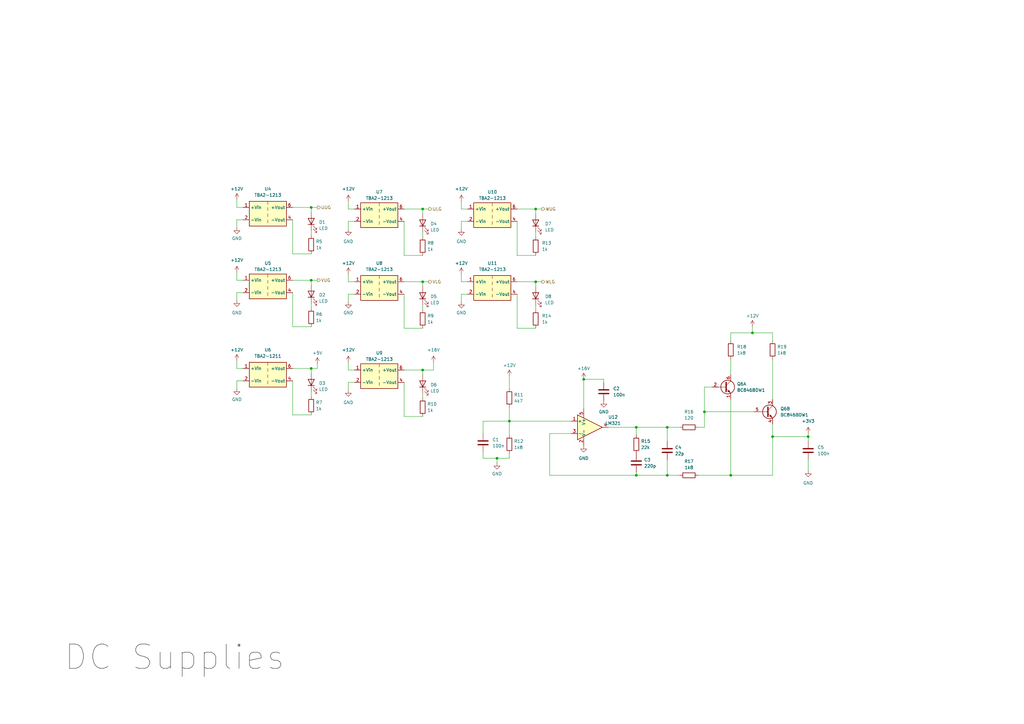
<source format=kicad_sch>
(kicad_sch (version 20230121) (generator eeschema)
  (paper "A3")
  (title_block (title "TEST137- GAVIM Upgrade V2") (date "2024-01-02") (rev "Is01.00") (company "Control Techniques"))
  (lib_symbols
    (symbol "Amplifier_Operational:LM321" (pin_names (offset 0.127))
      (property "Reference" "U" (at 0 7.62 0))
      (property "Value" "LM321" (at 0 5.08 0))
      (symbol "LM321_0_1"
        (polyline (pts (xy -5.08 5.08) (xy 5.08 0) (xy -5.08 -5.08) (xy -5.08 5.08)) (stroke (width 0.254)) (fill (type background)))
      )
      (symbol "LM321_1_1"
        (pin input line (at -7.62 2.54 0) (length 2.54) (name "+") (number "1"))
        (pin power_in line (at -2.54 -7.62 90) (length 3.81) (name "V-") (number "2"))
        (pin input line (at -7.62 -2.54 0) (length 2.54) (name "-") (number "3"))
        (pin output line (at 7.62 0 180) (length 2.54) (name "~") (number "4"))
        (pin power_in line (at -2.54 7.62 270) (length 3.81) (name "V+") (number "5"))
      )
    )
    (symbol "Converter_DCDC:TBA2-1213"
      (property "Reference" "U" (at -6.35 6.35 0))
      (property "Value" "TBA2-1213" (at 2.54 6.35 0))
      (symbol "TBA2-1213_0_1"
        (rectangle (start -7.62 5.08) (end 7.62 -5.08) (stroke (width 0.254)) (fill (type background)))
        (polyline (pts (xy 0 -2.54) (xy 0 -3.81)))
        (polyline (pts (xy 0 0) (xy 0 -1.27)))
        (polyline (pts (xy 0 2.54) (xy 0 1.27)))
        (polyline (pts (xy 0 5.08) (xy 0 3.81)))
      )
      (symbol "TBA2-1213_1_1"
        (pin power_in line (at -10.16 2.54 0) (length 2.54) (name "+Vin") (number "1"))
        (pin power_in line (at -10.16 -2.54 0) (length 2.54) (name "-Vin") (number "2"))
        (pin power_out line (at 10.16 -2.54 180) (length 2.54) (name "-Vout") (number "4"))
        (pin power_out line (at 10.16 2.54 180) (length 2.54) (name "+Vout") (number "6"))
      )
    )
    (symbol "CustomPads:+16V" (power) (pin_names (offset 0)) (in_bom no) (on_board no)
      (property "Value" "+16V" (at 0 3.556 0))
      (symbol "+16V_0_1"
        (polyline (pts (xy -0.762 1.27) (xy 0 2.54)))
        (polyline (pts (xy 0 0) (xy 0 2.54)))
        (polyline (pts (xy 0 2.54) (xy 0.762 1.27)))
      )
      (symbol "+16V_1_1"
        (pin power_in line (at 0 0 90) (length 0) hide (name "+16V") (number "1"))
      )
    )
    (symbol "Device:C" (pin_numbers hide) (pin_names (offset 0.254))
      (property "Reference" "C" (at 0.635 2.54 0))
      (property "Value" "C" (at 0.635 -2.54 0))
      (symbol "C_0_1"
        (polyline (pts (xy -2.032 -0.762) (xy 2.032 -0.762)) (stroke (width 0.508)))
        (polyline (pts (xy -2.032 0.762) (xy 2.032 0.762)) (stroke (width 0.508)))
      )
      (symbol "C_1_1"
        (pin passive line (at 0 3.81 270) (length 2.794) (name "~") (number "1"))
        (pin passive line (at 0 -3.81 90) (length 2.794) (name "~") (number "2"))
      )
    )
    (symbol "Device:LED" (pin_numbers hide) (pin_names (offset 1.016) hide)
      (property "Reference" "D" (at 0 2.54 0))
      (property "Value" "LED" (at 0 -2.54 0))
      (symbol "LED_0_1"
        (polyline (pts (xy -1.27 -1.27) (xy -1.27 1.27)) (stroke (width 0.254)))
        (polyline (pts (xy -1.27 0) (xy 1.27 0)))
        (polyline (pts (xy 1.27 -1.27) (xy 1.27 1.27) (xy -1.27 0) (xy 1.27 -1.27)) (stroke (width 0.254)))
        (polyline (pts (xy -3.048 -0.762) (xy -4.572 -2.286) (xy -3.81 -2.286) (xy -4.572 -2.286) (xy -4.572 -1.524)))
        (polyline (pts (xy -1.778 -0.762) (xy -3.302 -2.286) (xy -2.54 -2.286) (xy -3.302 -2.286) (xy -3.302 -1.524)))
      )
      (symbol "LED_1_1"
        (pin passive line (at -3.81 0 0) (length 2.54) (name "K") (number "1"))
        (pin passive line (at 3.81 0 180) (length 2.54) (name "A") (number "2"))
      )
    )
    (symbol "Device:R" (pin_numbers hide) (pin_names (offset 0))
      (property "Reference" "R" (at 2.032 0 90))
      (property "Value" "R" (at 0 0 90))
      (symbol "R_0_1"
        (rectangle (start -1.016 -2.54) (end 1.016 2.54) (stroke (width 0.254)))
      )
      (symbol "R_1_1"
        (pin passive line (at 0 3.81 270) (length 1.27) (name "~") (number "1"))
        (pin passive line (at 0 -3.81 90) (length 1.27) (name "~") (number "2"))
      )
    )
    (symbol "Transistor_BJT:BC846BDW1" (pin_names (offset 0) hide)
      (property "Reference" "Q" (at 5.08 1.27 0))
      (property "Value" "BC846BDW1" (at 5.08 -1.27 0))
      (symbol "BC846BDW1_0_1"
        (polyline (pts (xy 0.635 0) (xy -2.54 0)))
        (polyline (pts (xy 0.635 0.635) (xy 2.54 2.54)))
        (polyline (pts (xy 0.635 -0.635) (xy 2.54 -2.54) (xy 2.54 -2.54)))
        (polyline (pts (xy 0.635 1.905) (xy 0.635 -1.905) (xy 0.635 -1.905)) (stroke (width 0.508)))
        (polyline (pts (xy 1.27 -1.778) (xy 1.778 -1.27) (xy 2.286 -2.286) (xy 1.27 -1.778) (xy 1.27 -1.778)) (fill (type outline)))
        (circle (center 1.27 0) (radius 2.8194) (stroke (width 0.254)))
      )
      (symbol "BC846BDW1_1_1"
        (pin passive line (at 2.54 -5.08 90) (length 2.54) (name "E1") (number "1"))
        (pin input line (at -5.08 0 0) (length 2.54) (name "B1") (number "2"))
        (pin passive line (at 2.54 5.08 270) (length 2.54) (name "C1") (number "6"))
      )
      (symbol "BC846BDW1_2_1"
        (pin passive line (at 2.54 5.08 270) (length 2.54) (name "C2") (number "3"))
        (pin passive line (at 2.54 -5.08 90) (length 2.54) (name "E2") (number "4"))
        (pin input line (at -5.08 0 0) (length 2.54) (name "B2") (number "5"))
      )
    )
    (symbol "power:+12V" (power) (pin_names (offset 0))
      (property "Value" "+12V" (at 0 3.556 0))
      (symbol "+12V_0_1"
        (polyline (pts (xy -0.762 1.27) (xy 0 2.54)))
        (polyline (pts (xy 0 0) (xy 0 2.54)))
        (polyline (pts (xy 0 2.54) (xy 0.762 1.27)))
      )
      (symbol "+12V_1_1"
        (pin power_in line (at 0 0 90) (length 0) hide (name "+12V") (number "1"))
      )
    )
    (symbol "power:+3V3" (power) (pin_names (offset 0))
      (property "Value" "+3V3" (at 0 3.556 0))
      (symbol "+3V3_0_1"
        (polyline (pts (xy -0.762 1.27) (xy 0 2.54)))
        (polyline (pts (xy 0 0) (xy 0 2.54)))
        (polyline (pts (xy 0 2.54) (xy 0.762 1.27)))
      )
      (symbol "+3V3_1_1"
        (pin power_in line (at 0 0 90) (length 0) hide (name "+3V3") (number "1"))
      )
    )
    (symbol "power:+5V" (power) (pin_names (offset 0))
      (property "Value" "+5V" (at 0 3.556 0))
      (symbol "+5V_0_1"
        (polyline (pts (xy -0.762 1.27) (xy 0 2.54)))
        (polyline (pts (xy 0 0) (xy 0 2.54)))
        (polyline (pts (xy 0 2.54) (xy 0.762 1.27)))
      )
      (symbol "+5V_1_1"
        (pin power_in line (at 0 0 90) (length 0) hide (name "+5V") (number "1"))
      )
    )
    (symbol "power:GND" (power) (pin_names (offset 0))
      (property "Value" "GND" (at 0 -3.81 0))
      (symbol "GND_0_1"
        (polyline (pts (xy 0 0) (xy 0 -1.27) (xy 1.27 -1.27) (xy 0 -2.54) (xy -1.27 -1.27) (xy 0 -1.27)))
      )
      (symbol "GND_1_1"
        (pin power_in line (at 0 0 270) (length 0) hide (name "GND") (number "1"))
      )
    )
  )
  (junction (at 219.71 85.725))
  (junction (at 127.635 151.13))
  (junction (at 299.72 194.945))
  (junction (at 239.395 155.575))
  (junction (at 203.835 187.96))
  (junction (at 273.685 194.945))
  (junction (at 316.865 179.07))
  (junction (at 173.355 85.725))
  (junction (at 208.915 172.72))
  (junction (at 260.985 175.26))
  (junction (at 288.925 168.91))
  (junction (at 273.685 175.26))
  (junction (at 173.355 115.57))
  (junction (at 127.635 114.935))
  (junction (at 331.47 179.07))
  (junction (at 260.985 194.945))
  (junction (at 173.355 151.765))
  (junction (at 127.635 85.09))
  (junction (at 308.61 136.525))
  (junction (at 219.71 115.57))
  (wire (pts (xy 130.175 151.13) (xy 130.175 149.225)))
  (wire (pts (xy 288.925 175.26) (xy 288.925 168.91)))
  (wire (pts (xy 142.875 156.845) (xy 145.415 156.845)))
  (wire (pts (xy 142.875 160.02) (xy 142.875 156.845)))
  (wire (pts (xy 208.915 172.72) (xy 234.315 172.72)))
  (wire (pts (xy 145.415 85.725) (xy 142.875 85.725)))
  (wire (pts (xy 308.61 136.525) (xy 316.865 136.525)))
  (wire (pts (xy 127.635 170.18) (xy 120.015 170.18)))
  (wire (pts (xy 173.355 170.815) (xy 165.735 170.815)))
  (wire (pts (xy 260.985 193.675) (xy 260.985 194.945)))
  (wire (pts (xy 130.175 151.13) (xy 127.635 151.13)))
  (wire (pts (xy 97.155 85.09) (xy 97.155 81.915)))
  (wire (pts (xy 99.695 85.09) (xy 97.155 85.09)))
  (wire (pts (xy 99.695 151.13) (xy 97.155 151.13)))
  (wire (pts (xy 331.47 179.07) (xy 316.865 179.07)))
  (wire (pts (xy 189.23 90.805) (xy 191.77 90.805)))
  (wire (pts (xy 273.685 194.945) (xy 278.765 194.945)))
  (wire (pts (xy 273.685 180.975) (xy 273.685 175.26)))
  (wire (pts (xy 127.635 126.365) (xy 127.635 124.46)))
  (wire (pts (xy 198.12 172.72) (xy 208.915 172.72)))
  (wire (pts (xy 173.355 115.57) (xy 165.735 115.57)))
  (wire (pts (xy 331.47 188.595) (xy 331.47 193.04)))
  (wire (pts (xy 288.925 168.91) (xy 309.245 168.91)))
  (wire (pts (xy 208.915 187.96) (xy 208.915 186.055)))
  (wire (pts (xy 189.23 120.65) (xy 191.77 120.65)))
  (wire (pts (xy 308.61 133.985) (xy 308.61 136.525)))
  (wire (pts (xy 127.635 162.56) (xy 127.635 160.655)))
  (wire (pts (xy 165.735 104.775) (xy 165.735 90.805)))
  (wire (pts (xy 189.23 93.98) (xy 189.23 90.805)))
  (wire (pts (xy 212.09 134.62) (xy 212.09 120.65)))
  (wire (pts (xy 97.155 93.345) (xy 97.155 90.17)))
  (wire (pts (xy 142.875 123.825) (xy 142.875 120.65)))
  (wire (pts (xy 219.71 104.775) (xy 212.09 104.775)))
  (wire (pts (xy 127.635 96.52) (xy 127.635 94.615)))
  (wire (pts (xy 173.355 134.62) (xy 165.735 134.62)))
  (wire (pts (xy 189.23 115.57) (xy 189.23 112.395)))
  (wire (pts (xy 219.71 117.475) (xy 219.71 115.57)))
  (wire (pts (xy 127.635 151.13) (xy 120.015 151.13)))
  (wire (pts (xy 120.015 133.985) (xy 120.015 120.015)))
  (wire (pts (xy 273.685 194.945) (xy 260.985 194.945)))
  (wire (pts (xy 97.155 123.19) (xy 97.155 120.015)))
  (wire (pts (xy 208.915 172.72) (xy 208.915 178.435)))
  (wire (pts (xy 225.425 194.945) (xy 260.985 194.945)))
  (wire (pts (xy 173.355 115.57) (xy 175.895 115.57)))
  (wire (pts (xy 191.77 115.57) (xy 189.23 115.57)))
  (wire (pts (xy 97.155 90.17) (xy 99.695 90.17)))
  (wire (pts (xy 142.875 90.805) (xy 145.415 90.805)))
  (wire (pts (xy 316.865 194.945) (xy 299.72 194.945)))
  (wire (pts (xy 299.72 136.525) (xy 308.61 136.525)))
  (wire (pts (xy 247.65 156.845) (xy 247.65 155.575)))
  (wire (pts (xy 173.355 85.725) (xy 175.895 85.725)))
  (wire (pts (xy 145.415 151.765) (xy 142.875 151.765)))
  (wire (pts (xy 142.875 120.65) (xy 145.415 120.65)))
  (wire (pts (xy 173.355 85.725) (xy 165.735 85.725)))
  (wire (pts (xy 120.015 170.18) (xy 120.015 156.21)))
  (wire (pts (xy 127.635 86.995) (xy 127.635 85.09)))
  (wire (pts (xy 260.985 175.26) (xy 260.985 178.435)))
  (wire (pts (xy 198.12 185.42) (xy 198.12 187.96)))
  (wire (pts (xy 97.155 151.13) (xy 97.155 147.955)))
  (wire (pts (xy 97.155 120.015) (xy 99.695 120.015)))
  (wire (pts (xy 273.685 188.595) (xy 273.685 194.945)))
  (wire (pts (xy 173.355 104.775) (xy 165.735 104.775)))
  (wire (pts (xy 316.865 173.99) (xy 316.865 179.07)))
  (wire (pts (xy 225.425 177.8) (xy 225.425 194.945)))
  (wire (pts (xy 208.915 167.005) (xy 208.915 172.72)))
  (wire (pts (xy 219.71 115.57) (xy 222.25 115.57)))
  (wire (pts (xy 331.47 177.8) (xy 331.47 179.07)))
  (wire (pts (xy 173.355 127) (xy 173.355 125.095)))
  (wire (pts (xy 142.875 115.57) (xy 142.875 112.395)))
  (wire (pts (xy 219.71 97.155) (xy 219.71 95.25)))
  (wire (pts (xy 316.865 147.32) (xy 316.865 163.83)))
  (wire (pts (xy 316.865 136.525) (xy 316.865 139.7)))
  (wire (pts (xy 189.23 123.825) (xy 189.23 120.65)))
  (wire (pts (xy 219.71 127) (xy 219.71 125.095)))
  (wire (pts (xy 249.555 175.26) (xy 260.985 175.26)))
  (wire (pts (xy 219.71 85.725) (xy 212.09 85.725)))
  (wire (pts (xy 219.71 115.57) (xy 212.09 115.57)))
  (wire (pts (xy 173.355 163.195) (xy 173.355 161.29)))
  (wire (pts (xy 173.355 97.155) (xy 173.355 95.25)))
  (wire (pts (xy 173.355 151.765) (xy 165.735 151.765)))
  (wire (pts (xy 173.355 153.67) (xy 173.355 151.765)))
  (wire (pts (xy 127.635 116.84) (xy 127.635 114.935)))
  (wire (pts (xy 127.635 114.935) (xy 130.175 114.935)))
  (wire (pts (xy 273.685 175.26) (xy 260.985 175.26)))
  (wire (pts (xy 299.72 147.32) (xy 299.72 153.67)))
  (wire (pts (xy 127.635 85.09) (xy 120.015 85.09)))
  (wire (pts (xy 198.12 177.8) (xy 198.12 172.72)))
  (wire (pts (xy 165.735 134.62) (xy 165.735 120.65)))
  (wire (pts (xy 99.695 114.935) (xy 97.155 114.935)))
  (wire (pts (xy 127.635 85.09) (xy 130.175 85.09)))
  (wire (pts (xy 219.71 87.63) (xy 219.71 85.725)))
  (wire (pts (xy 142.875 85.725) (xy 142.875 82.55)))
  (wire (pts (xy 173.355 87.63) (xy 173.355 85.725)))
  (wire (pts (xy 239.395 155.575) (xy 239.395 167.64)))
  (wire (pts (xy 286.385 194.945) (xy 299.72 194.945)))
  (wire (pts (xy 97.155 159.385) (xy 97.155 156.21)))
  (wire (pts (xy 177.8 151.765) (xy 173.355 151.765)))
  (wire (pts (xy 316.865 179.07) (xy 316.865 194.945)))
  (wire (pts (xy 288.925 158.75) (xy 292.1 158.75)))
  (wire (pts (xy 273.685 175.26) (xy 278.765 175.26)))
  (wire (pts (xy 142.875 151.765) (xy 142.875 148.59)))
  (wire (pts (xy 198.12 187.96) (xy 203.835 187.96)))
  (wire (pts (xy 203.835 189.865) (xy 203.835 187.96)))
  (wire (pts (xy 165.735 170.815) (xy 165.735 156.845)))
  (wire (pts (xy 219.71 85.725) (xy 222.25 85.725)))
  (wire (pts (xy 177.8 148.59) (xy 177.8 151.765)))
  (wire (pts (xy 331.47 180.975) (xy 331.47 179.07)))
  (wire (pts (xy 189.23 85.725) (xy 189.23 82.55)))
  (wire (pts (xy 127.635 104.14) (xy 120.015 104.14)))
  (wire (pts (xy 145.415 115.57) (xy 142.875 115.57)))
  (wire (pts (xy 299.72 139.7) (xy 299.72 136.525)))
  (wire (pts (xy 127.635 153.035) (xy 127.635 151.13)))
  (wire (pts (xy 97.155 114.935) (xy 97.155 111.76)))
  (wire (pts (xy 203.835 187.96) (xy 208.915 187.96)))
  (wire (pts (xy 127.635 133.985) (xy 120.015 133.985)))
  (wire (pts (xy 286.385 175.26) (xy 288.925 175.26)))
  (wire (pts (xy 234.315 177.8) (xy 225.425 177.8)))
  (wire (pts (xy 173.355 117.475) (xy 173.355 115.57)))
  (wire (pts (xy 288.925 168.91) (xy 288.925 158.75)))
  (wire (pts (xy 299.72 194.945) (xy 299.72 163.83)))
  (wire (pts (xy 191.77 85.725) (xy 189.23 85.725)))
  (wire (pts (xy 127.635 114.935) (xy 120.015 114.935)))
  (wire (pts (xy 120.015 104.14) (xy 120.015 90.17)))
  (wire (pts (xy 142.875 93.98) (xy 142.875 90.805)))
  (wire (pts (xy 208.915 154.305) (xy 208.915 159.385)))
  (wire (pts (xy 212.09 104.775) (xy 212.09 90.805)))
  (wire (pts (xy 219.71 134.62) (xy 212.09 134.62)))
  (wire (pts (xy 97.155 156.21) (xy 99.695 156.21)))
  (wire (pts (xy 247.65 155.575) (xy 239.395 155.575)))
  (label "DC Supplies" (at 26.035 278.13 0) (effects (font (size 10 10))))
  (hierarchical_label "UUG" (shape output) (at 130.175 85.09 0))
  (hierarchical_label "VLG" (shape output) (at 175.895 115.57 0))
  (hierarchical_label "VUG" (shape output) (at 130.175 114.935 0))
  (hierarchical_label "ULG" (shape output) (at 175.895 85.725 0))
  (hierarchical_label "WLG" (shape output) (at 222.25 115.57 0))
  (hierarchical_label "WUG" (shape output) (at 222.25 85.725 0))
  (symbol (lib_id "Transistor_BJT:BC846BDW1") (at 297.18 158.75 0) (unit 1)
    (property "Reference" "Q6" (at 302.26 157.48 0) (effects (justify left)))
    (property "Value" "BC846BDW1" (at 302.26 160.02 0) (effects (justify left)))
    (property "Footprint" "Package_TO_SOT_SMD:SOT-363_SC-70-6" (effects hide))
    (property "Datasheet" "http://www.onsemi.com/pub_link/Collateral/BC846BDW1T1-D.PDF" (effects hide))
    (property "CT Part Number" "2142-1846" (effects hide))
  )
  (symbol (lib_id "power:+12V") (at 97.155 81.915 0) (unit 1)
    (property "Reference" "#PWR06" (effects hide))
    (property "Value" "+12V" (at 97.155 77.47 0))
  )
  (symbol (lib_id "CustomPads:+16V") (at 239.395 155.575 0) (unit 1)
    (property "Reference" "#PWR026" (effects hide))
    (property "Value" "+16V" (at 239.395 151.13 0))
  )
  (symbol (lib_id "Device:LED") (at 127.635 156.845 90) (unit 1)
    (property "Reference" "D3" (at 130.81 157.1625 90) (effects (justify right)))
    (property "Value" "LED" (at 130.81 159.7025 90) (effects (justify right)))
    (property "Footprint" "LED_THT:LED_D4.0mm" (effects hide))
    (property "CT Part Number" "N/A" (effects hide))
    (property "Link (Ext)" "https://www.mouser.co.uk/ProductDetail/Kingbright/WP7113GD?qs=sGAEpiMZZMusoohG2hS%252B1zuAIIWH1ll4jKzRlSuBXyY%3D" (effects hide))
  )
  (symbol (lib_id "power:+12V") (at 97.155 111.76 0) (unit 1)
    (property "Reference" "#PWR08" (effects hide))
    (property "Value" "+12V" (at 97.155 106.68 0))
  )
  (symbol (lib_id "power:+12V") (at 97.155 147.955 0) (unit 1)
    (property "Reference" "#PWR010" (effects hide))
    (property "Value" "+12V" (at 97.155 143.51 0))
  )
  (symbol (lib_id "Device:LED") (at 173.355 157.48 90) (unit 1)
    (property "Reference" "D6" (at 176.53 157.7975 90) (effects (justify right)))
    (property "Value" "LED" (at 176.53 160.3375 90) (effects (justify right)))
    (property "Footprint" "LED_THT:LED_D4.0mm" (effects hide))
    (property "CT Part Number" "N/A" (effects hide))
    (property "Link (Ext)" "https://www.mouser.co.uk/ProductDetail/Kingbright/WP7113GD?qs=sGAEpiMZZMusoohG2hS%252B1zuAIIWH1ll4jKzRlSuBXyY%3D" (effects hide))
  )
  (symbol (lib_id "Device:LED") (at 127.635 90.805 90) (unit 1)
    (property "Reference" "D1" (at 130.81 91.1225 90) (effects (justify right)))
    (property "Value" "LED" (at 130.81 93.6625 90) (effects (justify right)))
    (property "Footprint" "LED_THT:LED_D4.0mm" (effects hide))
    (property "CT Part Number" "N/A" (effects hide))
    (property "Link (Ext)" "https://www.mouser.co.uk/ProductDetail/Kingbright/WP7113GD?qs=sGAEpiMZZMusoohG2hS%252B1zuAIIWH1ll4jKzRlSuBXyY%3D" (effects hide))
  )
  (symbol (lib_id "Device:R") (at 208.915 182.245 0) (unit 1)
    (property "Reference" "R12" (at 210.82 180.975 0) (effects (justify left)))
    (property "Value" "1k8" (at 210.82 183.515 0) (effects (justify left)))
    (property "Footprint" "Resistor_SMD:R_0603_1608Metric_Pad0.98x0.95mm_HandSolder" (effects hide))
    (property "CT Part Number" "1127-4181" (effects hide))
  )
  (symbol (lib_id "Converter_DCDC:TBA2-1213") (at 109.855 153.67 0) (unit 1)
    (property "Reference" "U6" (at 109.855 143.51 0))
    (property "Value" "TBA2-1211" (at 109.855 146.05 0))
    (property "Footprint" "Converter_DCDC:Converter_DCDC_TRACO_TBA2-xxxx_Single_THT" (effects hide))
    (property "Datasheet" "https://www.tracopower.com/products/tba2.pdf" (effects hide))
    (property "CT Part Number" "3220-0528" (effects hide))
  )
  (symbol (lib_id "CustomPads:+16V") (at 177.8 148.59 0) (unit 1)
    (property "Reference" "#PWR019" (effects hide))
    (property "Value" "+16V" (at 177.8 143.51 0))
  )
  (symbol (lib_id "power:+5V") (at 130.175 149.225 0) (unit 1)
    (property "Reference" "#PWR012" (effects hide))
    (property "Value" "+5V" (at 130.175 144.78 0))
  )
  (symbol (lib_id "power:+3V3") (at 331.47 177.8 0) (unit 1)
    (property "Reference" "#PWR030" (effects hide))
    (property "Value" "+3V3" (at 331.47 172.72 0))
  )
  (symbol (lib_id "Device:R") (at 127.635 166.37 0) (unit 1)
    (property "Reference" "R7" (at 129.54 165.1 0) (effects (justify left)))
    (property "Value" "1k" (at 129.54 167.64 0) (effects (justify left)))
    (property "Footprint" "Resistor_SMD:R_0603_1608Metric_Pad0.98x0.95mm_HandSolder" (effects hide))
    (property "CT Part Number" "1127-4101" (effects hide))
  )
  (symbol (lib_id "Converter_DCDC:TBA2-1213") (at 109.855 117.475 0) (unit 1)
    (property "Reference" "U5" (at 109.855 107.95 0))
    (property "Value" "TBA2-1213" (at 109.855 110.49 0))
    (property "Footprint" "Converter_DCDC:Converter_DCDC_TRACO_TBA2-xxxx_Single_THT" (effects hide))
    (property "Datasheet" "https://www.tracopower.com/products/tba2.pdf" (effects hide))
    (property "CT Part Number" "3220-0530" (effects hide))
  )
  (symbol (lib_id "power:GND") (at 247.65 164.465 0) (unit 1)
    (property "Reference" "#PWR028" (effects hide))
    (property "Value" "GND" (at 247.65 168.91 0))
  )
  (symbol (lib_id "Device:LED") (at 127.635 120.65 90) (unit 1)
    (property "Reference" "D2" (at 130.81 120.9675 90) (effects (justify right)))
    (property "Value" "LED" (at 130.81 123.5075 90) (effects (justify right)))
    (property "Footprint" "LED_THT:LED_D4.0mm" (effects hide))
    (property "CT Part Number" "N/A" (effects hide))
    (property "Link (Ext)" "https://www.mouser.co.uk/ProductDetail/Kingbright/WP7113GD?qs=sGAEpiMZZMusoohG2hS%252B1zuAIIWH1ll4jKzRlSuBXyY%3D" (effects hide))
  )
  (symbol (lib_id "Device:C") (at 198.12 181.61 0) (unit 1)
    (property "Reference" "C1" (at 201.93 180.34 0) (effects (justify left)))
    (property "Value" "100n" (at 201.93 182.88 0) (effects (justify left)))
    (property "Footprint" "Capacitor_SMD:C_0603_1608Metric_Pad1.08x0.95mm_HandSolder" (effects hide))
    (property "CT Part Number" "1425-6103" (effects hide))
  )
  (symbol (lib_id "Device:LED") (at 219.71 91.44 90) (unit 1)
    (property "Reference" "D7" (at 223.52 91.7575 90) (effects (justify right)))
    (property "Value" "LED" (at 223.52 94.2975 90) (effects (justify right)))
    (property "Footprint" "LED_THT:LED_D4.0mm" (effects hide))
    (property "CT Part Number" "N/A" (effects hide))
    (property "Link (Ext)" "https://www.mouser.co.uk/ProductDetail/Kingbright/WP7113GD?qs=sGAEpiMZZMusoohG2hS%252B1zuAIIWH1ll4jKzRlSuBXyY%3D" (effects hide))
  )
  (symbol (lib_id "Converter_DCDC:TBA2-1213") (at 201.93 118.11 0) (unit 1)
    (property "Reference" "U11" (at 201.93 107.95 0))
    (property "Value" "TBA2-1213" (at 201.93 110.49 0))
    (property "Footprint" "Converter_DCDC:Converter_DCDC_TRACO_TBA2-xxxx_Single_THT" (effects hide))
    (property "Datasheet" "https://www.tracopower.com/products/tba2.pdf" (effects hide))
    (property "CT Part Number" "3220-0530" (effects hide))
  )
  (symbol (lib_id "Converter_DCDC:TBA2-1213") (at 155.575 154.305 0) (unit 1)
    (property "Reference" "U9" (at 155.575 144.78 0))
    (property "Value" "TBA2-1213" (at 155.575 147.32 0))
    (property "Footprint" "Converter_DCDC:Converter_DCDC_TRACO_TBA2-xxxx_Single_THT" (effects hide))
    (property "Datasheet" "https://www.tracopower.com/products/tba2.pdf" (effects hide))
    (property "CT Part Number" "3220-0530" (effects hide))
  )
  (symbol (lib_id "power:+12V") (at 308.61 133.985 0) (unit 1)
    (property "Reference" "#PWR029" (effects hide))
    (property "Value" "+12V" (at 308.61 129.54 0))
  )
  (symbol (lib_id "power:GND") (at 331.47 193.04 0) (unit 1)
    (property "Reference" "#PWR031" (effects hide))
    (property "Value" "GND" (at 331.47 198.12 0))
  )
  (symbol (lib_id "Device:R") (at 260.985 182.245 0) (unit 1)
    (property "Reference" "R15" (at 262.89 180.975 0) (effects (justify left)))
    (property "Value" "22k" (at 262.89 183.515 0) (effects (justify left)))
    (property "Footprint" "Resistor_SMD:R_0603_1608Metric_Pad0.98x0.95mm_HandSolder" (effects hide))
    (property "CT Part Number" "1127-5221" (effects hide))
  )
  (symbol (lib_id "Device:R") (at 127.635 130.175 0) (unit 1)
    (property "Reference" "R6" (at 129.54 128.905 0) (effects (justify left)))
    (property "Value" "1k" (at 129.54 131.445 0) (effects (justify left)))
    (property "Footprint" "Resistor_SMD:R_0603_1608Metric_Pad0.98x0.95mm_HandSolder" (effects hide))
    (property "CT Part Number" "1127-4101" (effects hide))
  )
  (symbol (lib_id "Converter_DCDC:TBA2-1213") (at 155.575 88.265 0) (unit 1)
    (property "Reference" "U7" (at 155.575 78.74 0))
    (property "Value" "TBA2-1213" (at 155.575 81.28 0))
    (property "Footprint" "Converter_DCDC:Converter_DCDC_TRACO_TBA2-xxxx_Single_THT" (effects hide))
    (property "Datasheet" "https://www.tracopower.com/products/tba2.pdf" (effects hide))
    (property "CT Part Number" "3220-0530" (effects hide))
  )
  (symbol (lib_id "Device:R") (at 282.575 175.26 90) (unit 1)
    (property "Reference" "R16" (at 282.575 168.91 90))
    (property "Value" "120" (at 282.575 171.45 90))
    (property "Footprint" "Resistor_SMD:R_0603_1608Metric_Pad0.98x0.95mm_HandSolder" (effects hide))
    (property "CT Part Number" "1127-3121" (effects hide))
  )
  (symbol (lib_id "Device:R") (at 127.635 100.33 0) (unit 1)
    (property "Reference" "R5" (at 129.54 99.06 0) (effects (justify left)))
    (property "Value" "1k" (at 129.54 101.6 0) (effects (justify left)))
    (property "Footprint" "Resistor_SMD:R_0603_1608Metric_Pad0.98x0.95mm_HandSolder" (effects hide))
    (property "CT Part Number" "1127-4101" (effects hide))
  )
  (symbol (lib_id "Device:R") (at 173.355 130.81 0) (unit 1)
    (property "Reference" "R9" (at 175.26 129.54 0) (effects (justify left)))
    (property "Value" "1k" (at 175.26 132.08 0) (effects (justify left)))
    (property "Footprint" "Resistor_SMD:R_0603_1608Metric_Pad0.98x0.95mm_HandSolder" (effects hide))
    (property "CT Part Number" "1127-4101" (effects hide))
  )
  (symbol (lib_id "power:GND") (at 142.875 123.825 0) (unit 1)
    (property "Reference" "#PWR016" (effects hide))
    (property "Value" "GND" (at 142.875 128.27 0))
  )
  (symbol (lib_id "Transistor_BJT:BC846BDW1") (at 314.325 168.91 0) (unit 2)
    (property "Reference" "Q6" (at 320.04 167.64 0) (effects (justify left)))
    (property "Value" "BC846BDW1" (at 320.04 170.18 0) (effects (justify left)))
    (property "Footprint" "Package_TO_SOT_SMD:SOT-363_SC-70-6" (effects hide))
    (property "Datasheet" "http://www.onsemi.com/pub_link/Collateral/BC846BDW1T1-D.PDF" (effects hide))
    (property "CT Part Number" "2142-1846" (effects hide))
  )
  (symbol (lib_id "power:+12V") (at 208.915 154.305 0) (unit 1)
    (property "Reference" "#PWR025" (effects hide))
    (property "Value" "+12V" (at 208.915 149.86 0))
  )
  (symbol (lib_id "Device:C") (at 247.65 160.655 0) (unit 1)
    (property "Reference" "C2" (at 251.46 159.385 0) (effects (justify left)))
    (property "Value" "100n" (at 251.46 161.925 0) (effects (justify left)))
    (property "Footprint" "Capacitor_SMD:C_0603_1608Metric_Pad1.08x0.95mm_HandSolder" (effects hide))
    (property "CT Part Number" "1425-6103" (effects hide))
  )
  (symbol (lib_id "power:GND") (at 203.835 189.865 0) (unit 1)
    (property "Reference" "#PWR024" (effects hide))
    (property "Value" "GND" (at 203.835 194.31 0))
  )
  (symbol (lib_id "power:GND") (at 97.155 93.345 0) (unit 1)
    (property "Reference" "#PWR07" (effects hide))
    (property "Value" "GND" (at 97.155 97.79 0))
  )
  (symbol (lib_id "Device:R") (at 173.355 167.005 0) (unit 1)
    (property "Reference" "R10" (at 175.26 165.735 0) (effects (justify left)))
    (property "Value" "1k" (at 175.26 168.275 0) (effects (justify left)))
    (property "Footprint" "Resistor_SMD:R_0603_1608Metric_Pad0.98x0.95mm_HandSolder" (effects hide))
    (property "CT Part Number" "1127-4101" (effects hide))
  )
  (symbol (lib_id "Device:LED") (at 173.355 91.44 90) (unit 1)
    (property "Reference" "D4" (at 176.53 91.7575 90) (effects (justify right)))
    (property "Value" "LED" (at 176.53 94.2975 90) (effects (justify right)))
    (property "Footprint" "LED_THT:LED_D4.0mm" (effects hide))
    (property "CT Part Number" "N/A" (effects hide))
    (property "Link (Ext)" "https://www.mouser.co.uk/ProductDetail/Kingbright/WP7113GD?qs=sGAEpiMZZMusoohG2hS%252B1zuAIIWH1ll4jKzRlSuBXyY%3D" (effects hide))
  )
  (symbol (lib_id "Converter_DCDC:TBA2-1213") (at 109.855 87.63 0) (unit 1)
    (property "Reference" "U4" (at 109.855 77.47 0))
    (property "Value" "TBA2-1213" (at 109.855 80.01 0))
    (property "Footprint" "Converter_DCDC:Converter_DCDC_TRACO_TBA2-xxxx_Single_THT" (effects hide))
    (property "Datasheet" "https://www.tracopower.com/products/tba2.pdf" (effects hide))
    (property "CT Part Number" "3220-0530" (effects hide))
  )
  (symbol (lib_id "Device:R") (at 208.915 163.195 0) (unit 1)
    (property "Reference" "R11" (at 210.82 161.925 0) (effects (justify left)))
    (property "Value" "4k7" (at 210.82 164.465 0) (effects (justify left)))
    (property "Footprint" "Resistor_SMD:R_0603_1608Metric_Pad0.98x0.95mm_HandSolder" (effects hide))
    (property "CT Part Number" "1127-4471" (effects hide))
  )
  (symbol (lib_id "power:GND") (at 189.23 123.825 0) (unit 1)
    (property "Reference" "#PWR023" (effects hide))
    (property "Value" "GND" (at 189.23 128.27 0))
  )
  (symbol (lib_id "power:GND") (at 97.155 123.19 0) (unit 1)
    (property "Reference" "#PWR09" (effects hide))
    (property "Value" "GND" (at 97.155 128.27 0))
  )
  (symbol (lib_id "Converter_DCDC:TBA2-1213") (at 155.575 118.11 0) (unit 1)
    (property "Reference" "U8" (at 155.575 107.95 0))
    (property "Value" "TBA2-1213" (at 155.575 110.49 0))
    (property "Footprint" "Converter_DCDC:Converter_DCDC_TRACO_TBA2-xxxx_Single_THT" (effects hide))
    (property "Datasheet" "https://www.tracopower.com/products/tba2.pdf" (effects hide))
    (property "CT Part Number" "3220-0530" (effects hide))
  )
  (symbol (lib_id "power:GND") (at 142.875 160.02 0) (unit 1)
    (property "Reference" "#PWR018" (effects hide))
    (property "Value" "GND" (at 142.875 165.1 0))
  )
  (symbol (lib_id "power:+12V") (at 142.875 112.395 0) (unit 1)
    (property "Reference" "#PWR015" (effects hide))
    (property "Value" "+12V" (at 142.875 107.95 0))
  )
  (symbol (lib_id "Device:R") (at 299.72 143.51 180) (unit 1)
    (property "Reference" "R18" (at 302.26 142.24 0) (effects (justify right)))
    (property "Value" "1k8" (at 302.26 144.78 0) (effects (justify right)))
    (property "Footprint" "Resistor_SMD:R_0603_1608Metric_Pad0.98x0.95mm_HandSolder" (effects hide))
    (property "CT Part Number" "1127-4181" (effects hide))
  )
  (symbol (lib_id "power:+12V") (at 189.23 112.395 0) (unit 1)
    (property "Reference" "#PWR022" (effects hide))
    (property "Value" "+12V" (at 189.23 107.95 0))
  )
  (symbol (lib_id "power:GND") (at 142.875 93.98 0) (unit 1)
    (property "Reference" "#PWR014" (effects hide))
    (property "Value" "GND" (at 142.875 99.06 0))
  )
  (symbol (lib_id "power:+12V") (at 142.875 148.59 0) (unit 1)
    (property "Reference" "#PWR017" (effects hide))
    (property "Value" "+12V" (at 142.875 143.51 0))
  )
  (symbol (lib_id "Device:C") (at 273.685 184.785 0) (unit 1)
    (property "Reference" "C4" (at 276.86 183.515 0) (effects (justify left)))
    (property "Value" "22p" (at 276.86 186.055 0) (effects (justify left)))
    (property "Footprint" "Capacitor_SMD:C_0603_1608Metric_Pad1.08x0.95mm_HandSolder" (effects hide))
    (property "CT Part Number" "1424-2224" (effects hide))
  )
  (symbol (lib_id "Amplifier_Operational:LM321") (at 241.935 175.26 0) (unit 1)
    (property "Reference" "U12" (at 251.46 171.0691 0))
    (property "Value" "LM321" (at 251.46 173.6091 0))
    (property "Footprint" "Package_TO_SOT_SMD:SOT-23-5" (effects hide))
    (property "Datasheet" "http://www.ti.com/lit/ds/symlink/lm321.pdf" (effects hide))
    (property "CT Part Number" "N/A" (effects hide))
    (property "Link (Ext)" "https://www.mouser.co.uk/ProductDetail/Texas-Instruments/LM321LVIDBVR?qs=qSfuJ%252Bfl%2Fd66sZ569ResAQ%3D%3D" (effects hide))
    (property "Manufacturer_Part_Number" "LM321" (effects hide))
  )
  (symbol (lib_id "Device:C") (at 331.47 184.785 0) (unit 1)
    (property "Reference" "C5" (at 335.28 183.515 0) (effects (justify left)))
    (property "Value" "100n" (at 335.28 186.055 0) (effects (justify left)))
    (property "Footprint" "Capacitor_SMD:C_0603_1608Metric_Pad1.08x0.95mm_HandSolder" (effects hide))
    (property "CT Part Number" "1425-6103" (effects hide))
  )
  (symbol (lib_id "Device:R") (at 282.575 194.945 90) (unit 1)
    (property "Reference" "R17" (at 282.575 189.23 90))
    (property "Value" "1k8" (at 282.575 191.77 90))
    (property "Footprint" "Resistor_SMD:R_0603_1608Metric_Pad0.98x0.95mm_HandSolder" (effects hide))
    (property "CT Part Number" "1127-4181" (effects hide))
  )
  (symbol (lib_id "power:GND") (at 189.23 93.98 0) (unit 1)
    (property "Reference" "#PWR021" (effects hide))
    (property "Value" "GND" (at 189.23 99.06 0))
  )
  (symbol (lib_id "Converter_DCDC:TBA2-1213") (at 201.93 88.265 0) (unit 1)
    (property "Reference" "U10" (at 201.93 78.74 0))
    (property "Value" "TBA2-1213" (at 201.93 81.28 0))
    (property "Footprint" "Converter_DCDC:Converter_DCDC_TRACO_TBA2-xxxx_Single_THT" (effects hide))
    (property "Datasheet" "https://www.tracopower.com/products/tba2.pdf" (effects hide))
    (property "CT Part Number" "3220-0530" (effects hide))
  )
  (symbol (lib_id "Device:LED") (at 219.71 121.285 90) (unit 1)
    (property "Reference" "D8" (at 223.52 121.6025 90) (effects (justify right)))
    (property "Value" "LED" (at 223.52 124.1425 90) (effects (justify right)))
    (property "Footprint" "LED_THT:LED_D4.0mm" (effects hide))
    (property "CT Part Number" "N/A" (effects hide))
    (property "Link (Ext)" "https://www.mouser.co.uk/ProductDetail/Kingbright/WP7113GD?qs=sGAEpiMZZMusoohG2hS%252B1zuAIIWH1ll4jKzRlSuBXyY%3D" (effects hide))
  )
  (symbol (lib_id "Device:R") (at 219.71 100.965 0) (unit 1)
    (property "Reference" "R13" (at 222.25 99.695 0) (effects (justify left)))
    (property "Value" "1k" (at 222.25 102.235 0) (effects (justify left)))
    (property "Footprint" "Resistor_SMD:R_0603_1608Metric_Pad0.98x0.95mm_HandSolder" (effects hide))
    (property "CT Part Number" "1127-4101" (effects hide))
  )
  (symbol (lib_id "Device:R") (at 316.865 143.51 180) (unit 1)
    (property "Reference" "R19" (at 318.77 142.24 0) (effects (justify right)))
    (property "Value" "1k8" (at 318.77 144.78 0) (effects (justify right)))
    (property "Footprint" "Resistor_SMD:R_0603_1608Metric_Pad0.98x0.95mm_HandSolder" (effects hide))
    (property "CT Part Number" "1127-4181" (effects hide))
  )
  (symbol (lib_id "power:+12V") (at 189.23 82.55 0) (unit 1)
    (property "Reference" "#PWR020" (effects hide))
    (property "Value" "+12V" (at 189.23 77.47 0))
  )
  (symbol (lib_id "Device:R") (at 219.71 130.81 0) (unit 1)
    (property "Reference" "R14" (at 222.25 129.54 0) (effects (justify left)))
    (property "Value" "1k" (at 222.25 132.08 0) (effects (justify left)))
    (property "Footprint" "Resistor_SMD:R_0603_1608Metric_Pad0.98x0.95mm_HandSolder" (effects hide))
    (property "CT Part Number" "1127-4101" (effects hide))
  )
  (symbol (lib_id "Device:R") (at 173.355 100.965 0) (unit 1)
    (property "Reference" "R8" (at 175.26 99.695 0) (effects (justify left)))
    (property "Value" "1k" (at 175.26 102.235 0) (effects (justify left)))
    (property "Footprint" "Resistor_SMD:R_0603_1608Metric_Pad0.98x0.95mm_HandSolder" (effects hide))
    (property "CT Part Number" "1127-4101" (effects hide))
  )
  (symbol (lib_id "power:GND") (at 239.395 182.88 0) (unit 1)
    (property "Reference" "#PWR027" (effects hide))
    (property "Value" "GND" (at 239.395 187.96 0))
  )
  (symbol (lib_id "power:+12V") (at 142.875 82.55 0) (unit 1)
    (property "Reference" "#PWR013" (effects hide))
    (property "Value" "+12V" (at 142.875 77.47 0))
  )
  (symbol (lib_id "power:GND") (at 97.155 159.385 0) (unit 1)
    (property "Reference" "#PWR011" (effects hide))
    (property "Value" "GND" (at 97.155 163.83 0))
  )
  (symbol (lib_id "Device:C") (at 260.985 189.865 0) (unit 1)
    (property "Reference" "C3" (at 264.16 188.595 0) (effects (justify left)))
    (property "Value" "220p" (at 264.16 191.135 0) (effects (justify left)))
    (property "Footprint" "Capacitor_SMD:C_0603_1608Metric_Pad1.08x0.95mm_HandSolder" (effects hide))
    (property "CT Part Number" "1402-0001" (effects hide))
  )
  (symbol (lib_id "Device:LED") (at 173.355 121.285 90) (unit 1)
    (property "Reference" "D5" (at 176.53 121.6025 90) (effects (justify right)))
    (property "Value" "LED" (at 176.53 124.1425 90) (effects (justify right)))
    (property "Footprint" "LED_THT:LED_D4.0mm" (effects hide))
    (property "CT Part Number" "N/A" (effects hide))
    (property "Link (Ext)" "https://www.mouser.co.uk/ProductDetail/Kingbright/WP7113GD?qs=sGAEpiMZZMusoohG2hS%252B1zuAIIWH1ll4jKzRlSuBXyY%3D" (effects hide))
  )
)
</source>
